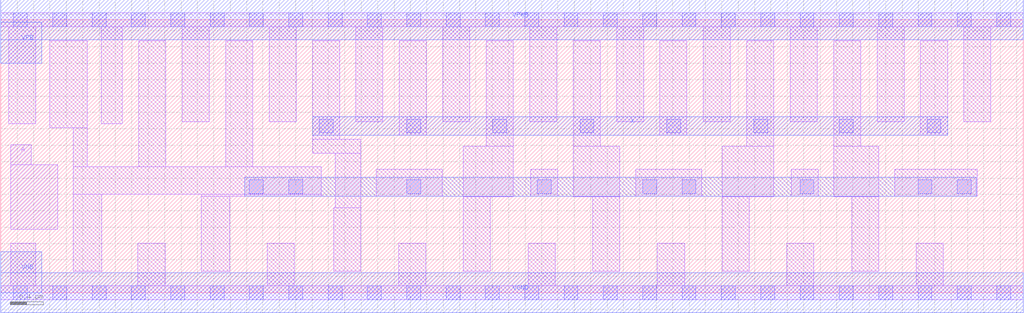
<source format=lef>
# Copyright 2020 The SkyWater PDK Authors
#
# Licensed under the Apache License, Version 2.0 (the "License");
# you may not use this file except in compliance with the License.
# You may obtain a copy of the License at
#
#     https://www.apache.org/licenses/LICENSE-2.0
#
# Unless required by applicable law or agreed to in writing, software
# distributed under the License is distributed on an "AS IS" BASIS,
# WITHOUT WARRANTIES OR CONDITIONS OF ANY KIND, either express or implied.
# See the License for the specific language governing permissions and
# limitations under the License.
#
# SPDX-License-Identifier: Apache-2.0

VERSION 5.5 ;
NAMESCASESENSITIVE ON ;
BUSBITCHARS "[]" ;
DIVIDERCHAR "/" ;
MACRO sky130_fd_sc_lp__clkbuflp_16
  CLASS CORE ;
  SOURCE USER ;
  ORIGIN  0.000000  0.000000 ;
  SIZE  12.48000 BY  3.330000 ;
  SYMMETRY X Y R90 ;
  SITE unit ;
  PIN A
    ANTENNAGATEAREA  2.160000 ;
    DIRECTION INPUT ;
    USE SIGNAL ;
    PORT
      LAYER li1 ;
        RECT 0.125000 0.775000 0.695000 1.565000 ;
        RECT 0.125000 1.565000 0.370000 1.805000 ;
    END
  END A
  PIN X
    ANTENNADIFFAREA  3.010000 ;
    DIRECTION OUTPUT ;
    USE SIGNAL ;
    PORT
      LAYER met1 ;
        RECT 3.805000 1.920000 11.555000 2.150000 ;
    END
  END X
  PIN VGND
    DIRECTION INOUT ;
    USE GROUND ;
    PORT
      LAYER met1 ;
        RECT 0.000000 -0.245000 12.480000 0.245000 ;
    END
  END VGND
  PIN VNB
    DIRECTION INOUT ;
    USE GROUND ;
    PORT
      LAYER met1 ;
        RECT 0.000000 0.000000 0.500000 0.500000 ;
    END
  END VNB
  PIN VPB
    DIRECTION INOUT ;
    USE POWER ;
    PORT
      LAYER met1 ;
        RECT 0.000000 2.800000 0.500000 3.300000 ;
    END
  END VPB
  PIN VPWR
    DIRECTION INOUT ;
    USE POWER ;
    PORT
      LAYER met1 ;
        RECT 0.000000 3.085000 12.480000 3.575000 ;
    END
  END VPWR
  OBS
    LAYER li1 ;
      RECT  0.000000 -0.085000 12.480000 0.085000 ;
      RECT  0.000000  3.245000 12.480000 3.415000 ;
      RECT  0.095000  2.065000  0.425000 3.245000 ;
      RECT  0.125000  0.085000  0.425000 0.605000 ;
      RECT  0.595000  2.015000  1.055000 3.075000 ;
      RECT  0.885000  0.265000  1.230000 1.205000 ;
      RECT  0.885000  1.205000  3.910000 1.535000 ;
      RECT  0.885000  1.535000  1.055000 2.015000 ;
      RECT  1.225000  2.065000  1.485000 3.245000 ;
      RECT  1.675000  0.085000  2.005000 0.605000 ;
      RECT  1.685000  1.535000  2.015000 3.075000 ;
      RECT  2.215000  2.085000  2.545000 3.245000 ;
      RECT  2.450000  0.265000  2.795000 1.180000 ;
      RECT  2.450000  1.180000  3.910000 1.205000 ;
      RECT  2.745000  1.535000  3.075000 3.075000 ;
      RECT  3.255000  0.085000  3.585000 0.605000 ;
      RECT  3.275000  2.085000  3.605000 3.245000 ;
      RECT  3.805000  1.705000  4.395000 1.875000 ;
      RECT  3.805000  1.875000  4.135000 3.075000 ;
      RECT  4.065000  0.265000  4.395000 1.035000 ;
      RECT  4.080000  1.035000  4.395000 1.705000 ;
      RECT  4.335000  2.085000  4.665000 3.245000 ;
      RECT  4.585000  1.180000  5.390000 1.510000 ;
      RECT  4.855000  0.085000  5.185000 0.605000 ;
      RECT  4.865000  1.920000  5.195000 3.075000 ;
      RECT  5.395000  2.085000  5.725000 3.245000 ;
      RECT  5.645000  0.265000  5.975000 1.170000 ;
      RECT  5.645000  1.170000  6.255000 1.790000 ;
      RECT  5.925000  1.790000  6.255000 3.075000 ;
      RECT  6.435000  0.085000  6.765000 0.605000 ;
      RECT  6.455000  2.085000  6.785000 3.245000 ;
      RECT  6.470000  1.180000  6.800000 1.510000 ;
      RECT  6.985000  1.170000  7.555000 1.790000 ;
      RECT  6.985000  1.790000  7.315000 3.075000 ;
      RECT  7.225000  0.265000  7.555000 1.170000 ;
      RECT  7.515000  2.085000  7.845000 3.245000 ;
      RECT  7.750000  1.180000  8.555000 1.510000 ;
      RECT  8.015000  0.085000  8.345000 0.605000 ;
      RECT  8.045000  1.920000  8.375000 3.075000 ;
      RECT  8.575000  2.085000  8.905000 3.245000 ;
      RECT  8.805000  0.265000  9.135000 1.170000 ;
      RECT  8.805000  1.170000  9.435000 1.790000 ;
      RECT  9.105000  1.790000  9.435000 3.075000 ;
      RECT  9.595000  0.085000  9.925000 0.605000 ;
      RECT  9.635000  2.085000  9.965000 3.245000 ;
      RECT  9.650000  1.180000  9.980000 1.510000 ;
      RECT 10.165000  1.170000 10.715000 1.790000 ;
      RECT 10.165000  1.790000 10.495000 3.075000 ;
      RECT 10.385000  0.265000 10.715000 1.170000 ;
      RECT 10.695000  2.085000 11.025000 3.245000 ;
      RECT 10.910000  1.180000 11.920000 1.510000 ;
      RECT 11.175000  0.085000 11.505000 0.605000 ;
      RECT 11.225000  1.920000 11.555000 3.075000 ;
      RECT 11.755000  2.085000 12.085000 3.245000 ;
    LAYER mcon ;
      RECT  0.155000 -0.085000  0.325000 0.085000 ;
      RECT  0.155000  3.245000  0.325000 3.415000 ;
      RECT  0.635000 -0.085000  0.805000 0.085000 ;
      RECT  0.635000  3.245000  0.805000 3.415000 ;
      RECT  1.115000 -0.085000  1.285000 0.085000 ;
      RECT  1.115000  3.245000  1.285000 3.415000 ;
      RECT  1.595000 -0.085000  1.765000 0.085000 ;
      RECT  1.595000  3.245000  1.765000 3.415000 ;
      RECT  2.075000 -0.085000  2.245000 0.085000 ;
      RECT  2.075000  3.245000  2.245000 3.415000 ;
      RECT  2.555000 -0.085000  2.725000 0.085000 ;
      RECT  2.555000  3.245000  2.725000 3.415000 ;
      RECT  3.035000 -0.085000  3.205000 0.085000 ;
      RECT  3.035000  1.210000  3.205000 1.380000 ;
      RECT  3.035000  3.245000  3.205000 3.415000 ;
      RECT  3.515000 -0.085000  3.685000 0.085000 ;
      RECT  3.515000  1.210000  3.685000 1.380000 ;
      RECT  3.515000  3.245000  3.685000 3.415000 ;
      RECT  3.885000  1.950000  4.055000 2.120000 ;
      RECT  3.995000 -0.085000  4.165000 0.085000 ;
      RECT  3.995000  3.245000  4.165000 3.415000 ;
      RECT  4.475000 -0.085000  4.645000 0.085000 ;
      RECT  4.475000  3.245000  4.645000 3.415000 ;
      RECT  4.955000 -0.085000  5.125000 0.085000 ;
      RECT  4.955000  1.210000  5.125000 1.380000 ;
      RECT  4.955000  1.950000  5.125000 2.120000 ;
      RECT  4.955000  3.245000  5.125000 3.415000 ;
      RECT  5.435000 -0.085000  5.605000 0.085000 ;
      RECT  5.435000  3.245000  5.605000 3.415000 ;
      RECT  5.915000 -0.085000  6.085000 0.085000 ;
      RECT  5.915000  3.245000  6.085000 3.415000 ;
      RECT  6.005000  1.950000  6.175000 2.120000 ;
      RECT  6.395000 -0.085000  6.565000 0.085000 ;
      RECT  6.395000  3.245000  6.565000 3.415000 ;
      RECT  6.550000  1.210000  6.720000 1.380000 ;
      RECT  6.875000 -0.085000  7.045000 0.085000 ;
      RECT  6.875000  3.245000  7.045000 3.415000 ;
      RECT  7.070000  1.950000  7.240000 2.120000 ;
      RECT  7.355000 -0.085000  7.525000 0.085000 ;
      RECT  7.355000  3.245000  7.525000 3.415000 ;
      RECT  7.835000 -0.085000  8.005000 0.085000 ;
      RECT  7.835000  1.210000  8.005000 1.380000 ;
      RECT  7.835000  3.245000  8.005000 3.415000 ;
      RECT  8.130000  1.950000  8.300000 2.120000 ;
      RECT  8.315000 -0.085000  8.485000 0.085000 ;
      RECT  8.315000  1.210000  8.485000 1.380000 ;
      RECT  8.315000  3.245000  8.485000 3.415000 ;
      RECT  8.795000 -0.085000  8.965000 0.085000 ;
      RECT  8.795000  3.245000  8.965000 3.415000 ;
      RECT  9.190000  1.950000  9.360000 2.120000 ;
      RECT  9.275000 -0.085000  9.445000 0.085000 ;
      RECT  9.275000  3.245000  9.445000 3.415000 ;
      RECT  9.755000 -0.085000  9.925000 0.085000 ;
      RECT  9.755000  1.210000  9.925000 1.380000 ;
      RECT  9.755000  3.245000  9.925000 3.415000 ;
      RECT 10.235000 -0.085000 10.405000 0.085000 ;
      RECT 10.235000  1.950000 10.405000 2.120000 ;
      RECT 10.235000  3.245000 10.405000 3.415000 ;
      RECT 10.715000 -0.085000 10.885000 0.085000 ;
      RECT 10.715000  3.245000 10.885000 3.415000 ;
      RECT 11.195000 -0.085000 11.365000 0.085000 ;
      RECT 11.195000  1.210000 11.365000 1.380000 ;
      RECT 11.195000  3.245000 11.365000 3.415000 ;
      RECT 11.305000  1.950000 11.475000 2.120000 ;
      RECT 11.675000 -0.085000 11.845000 0.085000 ;
      RECT 11.675000  1.210000 11.845000 1.380000 ;
      RECT 11.675000  3.245000 11.845000 3.415000 ;
      RECT 12.155000 -0.085000 12.325000 0.085000 ;
      RECT 12.155000  3.245000 12.325000 3.415000 ;
    LAYER met1 ;
      RECT 2.975000 1.180000 11.905000 1.410000 ;
  END
END sky130_fd_sc_lp__clkbuflp_16

</source>
